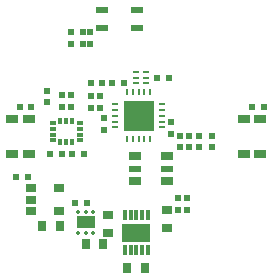
<source format=gtp>
G04 Layer_Color=8421504*
%FSLAX44Y44*%
%MOMM*%
G71*
G01*
G75*
%ADD10R,0.6000X0.5000*%
%ADD11R,0.5000X0.6000*%
%ADD12O,0.2000X0.6500*%
%ADD13O,0.6500X0.2000*%
%ADD14R,2.6000X2.6000*%
%ADD15R,0.9000X0.6500*%
%ADD16R,1.6000X1.0000*%
%ADD17O,0.3000X0.5000*%
%ADD18R,2.3800X1.6500*%
%ADD19R,0.3000X0.8500*%
%ADD20R,0.3500X0.6000*%
%ADD21R,0.6000X0.3500*%
%ADD25R,1.0000X0.8000*%
%ADD26R,1.0500X0.8000*%
%ADD27R,1.0500X0.6000*%
%ADD28R,0.7000X0.9000*%
%ADD29R,0.9000X0.7000*%
%ADD30R,0.5500X0.2500*%
%ADD31R,1.0000X0.6000*%
D10*
X-55000Y88250D02*
D03*
X-45000D02*
D03*
X-55000Y78500D02*
D03*
X-45000D02*
D03*
X-38750Y45000D02*
D03*
X-28750D02*
D03*
X-92000Y-34500D02*
D03*
X-102000D02*
D03*
X-51800Y-56100D02*
D03*
X-41800D02*
D03*
X-89000Y24800D02*
D03*
X-99000D02*
D03*
X97900Y24900D02*
D03*
X107900D02*
D03*
X27200Y50000D02*
D03*
X17200D02*
D03*
X-10500Y45000D02*
D03*
X-20500D02*
D03*
X-54400Y-15100D02*
D03*
X-44400D02*
D03*
X-63350Y-15100D02*
D03*
X-73350D02*
D03*
D11*
X-39500Y88500D02*
D03*
Y78500D02*
D03*
X-62800Y25400D02*
D03*
Y35400D02*
D03*
X-55300Y35400D02*
D03*
Y25400D02*
D03*
X-76000Y29000D02*
D03*
Y39000D02*
D03*
X35200Y-51800D02*
D03*
Y-61800D02*
D03*
X64200Y-9100D02*
D03*
Y900D02*
D03*
X37250Y903D02*
D03*
X37250Y-9097D02*
D03*
X44887Y903D02*
D03*
X44887Y-9097D02*
D03*
X52600Y900D02*
D03*
X52600Y-9100D02*
D03*
X42700Y-61800D02*
D03*
X42700Y-51800D02*
D03*
X-27700Y5500D02*
D03*
Y15500D02*
D03*
X-38100Y34000D02*
D03*
Y24000D02*
D03*
X-30600Y34000D02*
D03*
Y24000D02*
D03*
X29500Y12200D02*
D03*
Y2200D02*
D03*
D12*
X-8250Y-2000D02*
D03*
X-3250D02*
D03*
X1750D02*
D03*
X6750D02*
D03*
X11750D02*
D03*
Y37500D02*
D03*
X6750D02*
D03*
X1750D02*
D03*
X-3250D02*
D03*
X-8250D02*
D03*
D13*
X21500Y7750D02*
D03*
Y12750D02*
D03*
Y17750D02*
D03*
Y22750D02*
D03*
Y27750D02*
D03*
X-18000D02*
D03*
Y22750D02*
D03*
Y17750D02*
D03*
Y12750D02*
D03*
Y7750D02*
D03*
D14*
X1750Y17750D02*
D03*
D15*
X-65200Y-43800D02*
D03*
Y-62800D02*
D03*
X-89200D02*
D03*
Y-53300D02*
D03*
Y-43800D02*
D03*
D16*
X-43000Y-72650D02*
D03*
D17*
X-36500Y-81650D02*
D03*
X-43000D02*
D03*
X-49500D02*
D03*
Y-63650D02*
D03*
X-43000D02*
D03*
X-36500D02*
D03*
D18*
X0Y-81500D02*
D03*
D19*
X10000Y-96250D02*
D03*
X5000D02*
D03*
X0D02*
D03*
X-5000D02*
D03*
X-10000D02*
D03*
Y-66750D02*
D03*
X-5000D02*
D03*
X0D02*
D03*
X5000D02*
D03*
X10000D02*
D03*
D20*
X-64450Y-4750D02*
D03*
X-59450D02*
D03*
X-54450D02*
D03*
Y13250D02*
D03*
X-59450D02*
D03*
X-64450D02*
D03*
D21*
X-47950Y-3250D02*
D03*
Y1750D02*
D03*
Y6750D02*
D03*
Y11750D02*
D03*
X-70950D02*
D03*
Y6750D02*
D03*
Y1750D02*
D03*
Y-3250D02*
D03*
D25*
X-91000Y14500D02*
D03*
Y-14500D02*
D03*
X-105000D02*
D03*
Y14500D02*
D03*
X105000D02*
D03*
Y-14500D02*
D03*
X91000D02*
D03*
Y14500D02*
D03*
D26*
X-850Y-16800D02*
D03*
Y-37800D02*
D03*
X25650Y-16800D02*
D03*
Y-37800D02*
D03*
D27*
X-850Y-27300D02*
D03*
X25650D02*
D03*
D28*
X-7750Y-111250D02*
D03*
X7250D02*
D03*
X-79950Y-76100D02*
D03*
X-64950D02*
D03*
X-28000Y-91250D02*
D03*
X-43000D02*
D03*
D29*
X25700Y-77000D02*
D03*
Y-62000D02*
D03*
X-24400Y-81300D02*
D03*
Y-66300D02*
D03*
D30*
X8500Y45000D02*
D03*
Y50000D02*
D03*
Y55000D02*
D03*
X0D02*
D03*
Y50000D02*
D03*
Y45000D02*
D03*
D31*
X750Y107000D02*
D03*
Y92000D02*
D03*
X-29250D02*
D03*
Y107000D02*
D03*
M02*

</source>
